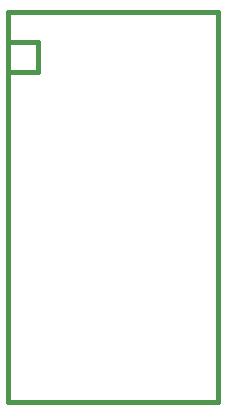
<source format=gbr>
%TF.GenerationSoftware,KiCad,Pcbnew,(5.99.0-12170-ge0011fcd93)*%
%TF.CreationDate,2021-09-26T20:19:55-07:00*%
%TF.ProjectId,dumb macropad,64756d62-206d-4616-9372-6f7061642e6b,rev?*%
%TF.SameCoordinates,Original*%
%TF.FileFunction,Legend,Bot*%
%TF.FilePolarity,Positive*%
%FSLAX46Y46*%
G04 Gerber Fmt 4.6, Leading zero omitted, Abs format (unit mm)*
G04 Created by KiCad (PCBNEW (5.99.0-12170-ge0011fcd93)) date 2021-09-26 20:19:55*
%MOMM*%
%LPD*%
G01*
G04 APERTURE LIST*
G04 Aperture macros list*
%AMRoundRect*
0 Rectangle with rounded corners*
0 $1 Rounding radius*
0 $2 $3 $4 $5 $6 $7 $8 $9 X,Y pos of 4 corners*
0 Add a 4 corners polygon primitive as box body*
4,1,4,$2,$3,$4,$5,$6,$7,$8,$9,$2,$3,0*
0 Add four circle primitives for the rounded corners*
1,1,$1+$1,$2,$3*
1,1,$1+$1,$4,$5*
1,1,$1+$1,$6,$7*
1,1,$1+$1,$8,$9*
0 Add four rect primitives between the rounded corners*
20,1,$1+$1,$2,$3,$4,$5,0*
20,1,$1+$1,$4,$5,$6,$7,0*
20,1,$1+$1,$6,$7,$8,$9,0*
20,1,$1+$1,$8,$9,$2,$3,0*%
%AMHorizOval*
0 Thick line with rounded ends*
0 $1 width*
0 $2 $3 position (X,Y) of the first rounded end (center of the circle)*
0 $4 $5 position (X,Y) of the second rounded end (center of the circle)*
0 Add line between two ends*
20,1,$1,$2,$3,$4,$5,0*
0 Add two circle primitives to create the rounded ends*
1,1,$1,$2,$3*
1,1,$1,$4,$5*%
G04 Aperture macros list end*
%ADD10C,0.381000*%
%ADD11C,1.752600*%
%ADD12R,1.752600X1.752600*%
%ADD13C,4.000000*%
%ADD14C,0.500000*%
%ADD15C,0.787400*%
%ADD16RoundRect,1.008000X6.992000X6.992000X-6.992000X6.992000X-6.992000X-6.992000X6.992000X-6.992000X0*%
%ADD17HorizOval,2.250000X0.020000X0.290000X-0.020000X-0.290000X0*%
%ADD18C,2.250000*%
%ADD19HorizOval,2.250000X0.655001X0.730000X-0.655001X-0.730000X0*%
%ADD20C,3.987800*%
%ADD21C,1.750000*%
G04 APERTURE END LIST*
D10*
%TO.C,U1*%
X92068800Y-85559900D02*
X89528800Y-85559900D01*
X107308800Y-83019900D02*
X89528800Y-83019900D01*
X89528800Y-83019900D02*
X89528800Y-116039900D01*
X89528800Y-116039900D02*
X107308800Y-116039900D01*
X107308800Y-116039900D02*
X107308800Y-83019900D01*
X92068800Y-85559900D02*
X92068800Y-88099900D01*
X92068800Y-88099900D02*
X89528800Y-88099900D01*
%TD*%
D11*
%TO.C,U1*%
X106038800Y-86829900D03*
X90798800Y-114769900D03*
X106038800Y-89369900D03*
X106038800Y-91909900D03*
X106038800Y-94449900D03*
X106038800Y-96989900D03*
X106038800Y-99529900D03*
X106038800Y-102069900D03*
X106038800Y-104609900D03*
X106038800Y-107149900D03*
X106038800Y-109689900D03*
X106038800Y-112229900D03*
X106038800Y-114769900D03*
X90798800Y-112229900D03*
X90798800Y-109689900D03*
X90798800Y-107149900D03*
X90798800Y-104609900D03*
X90798800Y-102069900D03*
X90798800Y-99529900D03*
X90798800Y-96989900D03*
X90798800Y-94449900D03*
X90798800Y-91909900D03*
X90798800Y-89369900D03*
D12*
X90798800Y-86829900D03*
%TD*%
%LPC*%
D13*
%TO.C,Ref\u002A\u002A*%
X84132200Y-173820300D03*
D14*
X85632200Y-173820300D03*
X82632200Y-173820300D03*
X84132200Y-175320300D03*
X84132200Y-172320300D03*
X85192200Y-174880300D03*
X83072200Y-174880300D03*
X83072200Y-172760300D03*
X85192200Y-172760300D03*
%TD*%
D13*
%TO.C,Ref\u002A\u002A*%
X188900600Y-173820300D03*
D14*
X190400600Y-173820300D03*
X187400600Y-173820300D03*
X188900600Y-175320300D03*
X188900600Y-172320300D03*
X189960600Y-174880300D03*
X187840600Y-174880300D03*
X187840600Y-172760300D03*
X189960600Y-172760300D03*
%TD*%
D13*
%TO.C,Ref\u002A\u002A*%
X188900600Y-126992000D03*
D14*
X190400600Y-126992000D03*
X187400600Y-126992000D03*
X188900600Y-128492000D03*
X188900600Y-125492000D03*
X189960600Y-128052000D03*
X187840600Y-128052000D03*
X187840600Y-125932000D03*
X189960600Y-125932000D03*
%TD*%
D13*
%TO.C,Ref\u002A\u002A*%
X84132200Y-126992000D03*
D14*
X85632200Y-126992000D03*
X82632200Y-126992000D03*
X84132200Y-128492000D03*
X84132200Y-125492000D03*
X85192200Y-128052000D03*
X83072200Y-128052000D03*
X83072200Y-125932000D03*
X85192200Y-125932000D03*
%TD*%
D13*
%TO.C,Ref\u002A\u002A*%
X84132200Y-76195200D03*
D14*
X85632200Y-76195200D03*
X82632200Y-76195200D03*
X84132200Y-77695200D03*
X84132200Y-74695200D03*
X85192200Y-77255200D03*
X83072200Y-77255200D03*
X83072200Y-75135200D03*
X85192200Y-75135200D03*
%TD*%
D13*
%TO.C,Ref\u002A\u002A*%
X188900600Y-76195200D03*
D14*
X190400600Y-76195200D03*
X187400600Y-76195200D03*
X188900600Y-77695200D03*
X188900600Y-74695200D03*
X189960600Y-77255200D03*
X187840600Y-77255200D03*
X187840600Y-75135200D03*
X189960600Y-75135200D03*
%TD*%
D13*
%TO.C,Ref\u002A\u002A*%
X188900600Y-29366900D03*
D14*
X190400600Y-29366900D03*
X187400600Y-29366900D03*
X188900600Y-30866900D03*
X188900600Y-27866900D03*
X189960600Y-30426900D03*
X187840600Y-30426900D03*
X187840600Y-28306900D03*
X189960600Y-28306900D03*
%TD*%
D13*
%TO.C,Ref\u002A\u002A*%
X84132200Y-29366900D03*
D14*
X85632200Y-29366900D03*
X82632200Y-29366900D03*
X84132200Y-30866900D03*
X84132200Y-27866900D03*
X85192200Y-30426900D03*
X83072200Y-30426900D03*
X83072200Y-28306900D03*
X85192200Y-28306900D03*
%TD*%
D15*
%TO.C,REF\u002A\u002A*%
X174614000Y-120896400D03*
X173344000Y-120896400D03*
X172074000Y-120896400D03*
X175884000Y-120896400D03*
X177154000Y-120896400D03*
%TD*%
%TO.C,REF\u002A\u002A*%
X98418800Y-120896400D03*
X97148800Y-120896400D03*
X95878800Y-120896400D03*
X99688800Y-120896400D03*
X100958800Y-120896400D03*
%TD*%
%TO.C,REF\u002A\u002A*%
X177154000Y-123563200D03*
X173344000Y-123563200D03*
X172074000Y-123563200D03*
X174614000Y-123563200D03*
X175884000Y-123563200D03*
%TD*%
%TO.C,REF\u002A\u002A*%
X100958800Y-123563200D03*
X98418800Y-123563200D03*
X99688800Y-123563200D03*
X95878800Y-123563200D03*
X97148800Y-123563200D03*
%TD*%
%TO.C,REF\u002A\u002A*%
X98418800Y-79624000D03*
X97148800Y-79624000D03*
X95878800Y-79624000D03*
X99688800Y-79624000D03*
X100958800Y-79624000D03*
%TD*%
%TO.C,REF\u002A\u002A*%
X174614000Y-79624000D03*
X173344000Y-79624000D03*
X172074000Y-79624000D03*
X175884000Y-79624000D03*
X177154000Y-79624000D03*
%TD*%
%TO.C,REF\u002A\u002A*%
X174614000Y-82290800D03*
X175884000Y-82290800D03*
X177154000Y-82290800D03*
X173344000Y-82290800D03*
X172074000Y-82290800D03*
%TD*%
%TO.C,REF\u002A\u002A*%
X98418800Y-82290800D03*
X99688800Y-82290800D03*
X100958800Y-82290800D03*
X97148800Y-82290800D03*
X95878800Y-82290800D03*
%TD*%
D16*
%TO.C,REF\u002A\u002A*%
X174614000Y-62702300D03*
%TD*%
%TO.C,REF\u002A\u002A*%
X155565200Y-62702300D03*
%TD*%
%TO.C,REF\u002A\u002A*%
X136516400Y-62702300D03*
%TD*%
%TO.C,REF\u002A\u002A*%
X117467600Y-62702300D03*
%TD*%
%TO.C,REF\u002A\u002A*%
X174614000Y-43653500D03*
%TD*%
%TO.C,REF\u002A\u002A*%
X155565200Y-43653500D03*
%TD*%
%TO.C,REF\u002A\u002A*%
X136516400Y-43653500D03*
%TD*%
%TO.C,REF\u002A\u002A*%
X117467600Y-43653500D03*
%TD*%
D11*
%TO.C,U1*%
X106038800Y-86829900D03*
X90798800Y-114769900D03*
X106038800Y-89369900D03*
X106038800Y-91909900D03*
X106038800Y-94449900D03*
X106038800Y-96989900D03*
X106038800Y-99529900D03*
X106038800Y-102069900D03*
X106038800Y-104609900D03*
X106038800Y-107149900D03*
X106038800Y-109689900D03*
X106038800Y-112229900D03*
X106038800Y-114769900D03*
X90798800Y-112229900D03*
X90798800Y-109689900D03*
X90798800Y-107149900D03*
X90798800Y-104609900D03*
X90798800Y-102069900D03*
X90798800Y-99529900D03*
X90798800Y-96989900D03*
X90798800Y-94449900D03*
X90798800Y-91909900D03*
X90798800Y-89369900D03*
D12*
X90798800Y-86829900D03*
%TD*%
D17*
%TO.C,MX8*%
X177134000Y-106328000D03*
D18*
X177154000Y-106038000D03*
D19*
X171459001Y-107848000D03*
D20*
X174614000Y-111118000D03*
D18*
X172114000Y-107118000D03*
D21*
X169534000Y-111118000D03*
X179694000Y-111118000D03*
%TD*%
D17*
%TO.C,MX7*%
X158085200Y-106328000D03*
D18*
X158105200Y-106038000D03*
D19*
X152410201Y-107848000D03*
D20*
X155565200Y-111118000D03*
D18*
X153065200Y-107118000D03*
D21*
X150485200Y-111118000D03*
X160645200Y-111118000D03*
%TD*%
D17*
%TO.C,MX6*%
X139036400Y-106328000D03*
D18*
X139056400Y-106038000D03*
D19*
X133361401Y-107848000D03*
D20*
X136516400Y-111118000D03*
D18*
X134016400Y-107118000D03*
D21*
X131436400Y-111118000D03*
X141596400Y-111118000D03*
%TD*%
D17*
%TO.C,MX5*%
X119987600Y-106328000D03*
D18*
X120007600Y-106038000D03*
D19*
X114312601Y-107848000D03*
D20*
X117467600Y-111118000D03*
D18*
X114967600Y-107118000D03*
D21*
X112387600Y-111118000D03*
X122547600Y-111118000D03*
%TD*%
D17*
%TO.C,MX4*%
X177134000Y-87279200D03*
D18*
X177154000Y-86989200D03*
D19*
X171459001Y-88799200D03*
D20*
X174614000Y-92069200D03*
D18*
X172114000Y-88069200D03*
D21*
X169534000Y-92069200D03*
X179694000Y-92069200D03*
%TD*%
D17*
%TO.C,MX3*%
X158085200Y-87279200D03*
D18*
X158105200Y-86989200D03*
D19*
X152410201Y-88799200D03*
D20*
X155565200Y-92069200D03*
D18*
X153065200Y-88069200D03*
D21*
X150485200Y-92069200D03*
X160645200Y-92069200D03*
%TD*%
D17*
%TO.C,MX2*%
X139036400Y-87279200D03*
D18*
X139056400Y-86989200D03*
D19*
X133361401Y-88799200D03*
D20*
X136516400Y-92069200D03*
D18*
X134016400Y-88069200D03*
D21*
X131436400Y-92069200D03*
X141596400Y-92069200D03*
%TD*%
D17*
%TO.C,MX1*%
X119987600Y-87279200D03*
D18*
X120007600Y-86989200D03*
D19*
X114312601Y-88799200D03*
D20*
X117467600Y-92069200D03*
D18*
X114967600Y-88069200D03*
D21*
X112387600Y-92069200D03*
X122547600Y-92069200D03*
%TD*%
M02*

</source>
